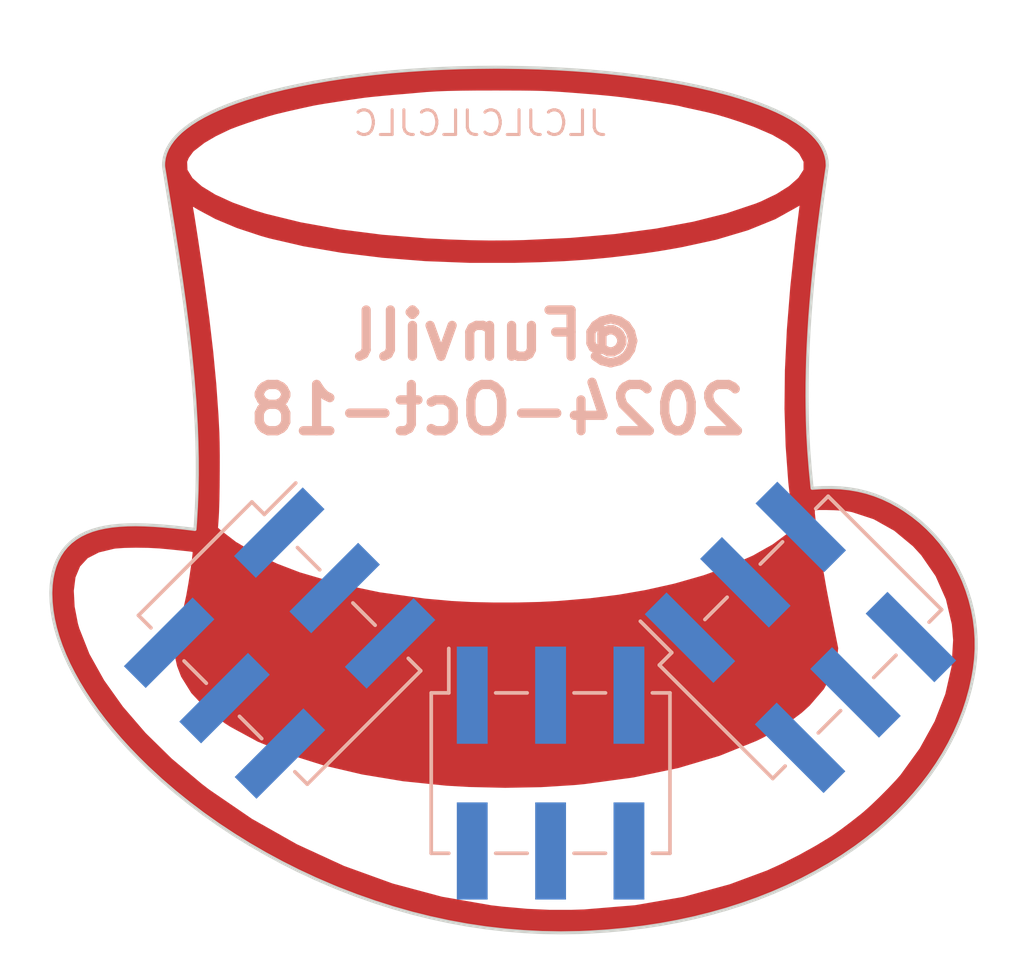
<source format=kicad_pcb>
(kicad_pcb (version 20240108) (generator "pcbnew") (generator_version "8.0")
  (layers (0 "F.Cu" signal) (31 "B.Cu" signal) (34 "B.Paste" user) (35 "F.Paste" user) (36 "B.SilkS" user "B.Silkscreen") (37 "F.SilkS" user "F.Silkscreen") (38 "B.Mask" user) (39 "F.Mask" user) (44 "Edge.Cuts" user))
  (net 0 "")
  (footprint "Graphics" (layer "F.Cu") (at 18.5 19.5)
    (property "Reference" "" (at 0 0 0) (layer "F.SilkS") (effects (font (size 1.27 1.27))))
    (property "Value" "")
  )
  (footprint "Graphics" (layer "F.Cu") (at 18.5 19.5)
    (property "Reference" "" (at 0 0 0) (layer "F.SilkS") (effects (font (size 1.27 1.27))))
    (property "Value" "")
  )
  (footprint "Graphics" (layer "F.Cu") (at 18.5 19.5)
    (property "Reference" "" (at 0 0 0) (layer "F.SilkS") (effects (font (size 1.27 1.27))))
    (property "Value" "")
    (fp_poly (pts (xy 16.87 1.933) (xy 18.369 2) (xy 19.791 2.124) (xy 20.63 2.232) (xy 21.917 2.449) (xy 23.048 2.699) (xy 24.022 2.982) (xy 24.841 3.299) (xy 25.505 3.649) (xy 26.014 4.033) (xy 26.082 4.098) (xy 26.364 4.432) (xy 26.515 4.753) (xy 26.555 5) (xy 26.553 5.136) (xy 26.535 5.34) (xy 26.495 5.648) (xy 26.472 5.81) (xy 26.258 7.431) (xy 26.097 8.922) (xy 25.985 10.302) (xy 25.981 10.37) (xy 25.92 11.916) (xy 25.931 13.463) (xy 26.014 14.95) (xy 26.056 15.409) (xy 26.07 15.548) (xy 26.59 15.55) (xy 26.979 15.558) (xy 27.275 15.581) (xy 27.543 15.628) (xy 27.794 15.691) (xy 28.294 15.856) (xy 28.752 16.078) (xy 28.9 16.164) (xy 29.618 16.686) (xy 30.232 17.328) (xy 30.735 18.083) (xy 30.829 18.26) (xy 31.136 18.996) (xy 31.324 19.773) (xy 31.353 19.96) (xy 31.379 20.282) (xy 31.387 20.675) (xy 31.377 21.051) (xy 31.363 21.23) (xy 31.161 22.252) (xy 30.807 23.251) (xy 30.305 24.218) (xy 29.663 25.141) (xy 28.887 26.012) (xy 27.983 26.82) (xy 27.707 27.034) (xy 26.561 27.799) (xy 25.304 28.457) (xy 23.947 29.001) (xy 22.502 29.429) (xy 20.98 29.737) (xy 19.97 29.869) (xy 19.359 29.92) (xy 18.685 29.955) (xy 18.008 29.973) (xy 17.389 29.972) (xy 17.04 29.96) (xy 15.313 29.791) (xy 13.617 29.468) (xy 11.943 28.991) (xy 10.284 28.357) (xy 9.27 27.889) (xy 7.951 27.176) (xy 6.691 26.366) (xy 5.514 25.477) (xy 4.447 24.53) (xy 3.529 23.56) (xy 2.809 22.645) (xy 2.234 21.741) (xy 1.805 20.855) (xy 1.527 19.993) (xy 1.418 19.361) (xy 1.403 19.016) (xy 1.409 18.889) (xy 2.143 18.889) (xy 2.17 19.403) (xy 2.276 19.951) (xy 2.322 20.11) (xy 2.65 20.939) (xy 3.124 21.788) (xy 3.734 22.645) (xy 4.469 23.498) (xy 5.321 24.334) (xy 6.278 25.139) (xy 6.537 25.338) (xy 7.916 26.282) (xy 9.379 27.109) (xy 10.906 27.811) (xy 12.479 28.38) (xy 14.076 28.808) (xy 15.678 29.087) (xy 16.04 29.129) (xy 16.84 29.2) (xy 17.562 29.233) (xy 18.281 29.233) (xy 18.69 29.22) (xy 20.339 29.083) (xy 21.908 28.812) (xy 23.407 28.405) (xy 24.62 27.955) (xy 25.107 27.733) (xy 25.652 27.456) (xy 26.191 27.158) (xy 26.658 26.874) (xy 26.749 26.814) (xy 27.007 26.631) (xy 27.324 26.393) (xy 27.636 26.148) (xy 27.74 26.063) (xy 27.965 25.863) (xy 28.246 25.594) (xy 28.537 25.302) (xy 28.792 25.032) (xy 28.943 24.86) (xy 29.565 24.002) (xy 30.051 23.123) (xy 30.397 22.236) (xy 30.598 21.354) (xy 30.65 20.488) (xy 30.608 19.98) (xy 30.417 19.171) (xy 30.082 18.416) (xy 29.616 17.739) (xy 29.348 17.447) (xy 28.74 16.943) (xy 28.075 16.57) (xy 27.376 16.341) (xy 27.19 16.307) (xy 27.022 16.29) (xy 26.785 16.278) (xy 26.531 16.272) (xy 26.313 16.272) (xy 26.183 16.28) (xy 26.169 16.285) (xy 26.168 16.373) (xy 26.192 16.592) (xy 26.235 16.916) (xy 26.295 17.319) (xy 26.366 17.774) (xy 26.446 18.255) (xy 26.53 18.736) (xy 26.541 18.8) (xy 26.583 19.022) (xy 26.647 19.349) (xy 26.721 19.726) (xy 26.763 19.94) (xy 26.925 20.75) (xy 26.904 20.95) (xy 26.761 21.525) (xy 26.46 22.079) (xy 26 22.613) (xy 25.74 22.847) (xy 25.395 23.106) (xy 24.968 23.382) (xy 24.524 23.634) (xy 24.287 23.752) (xy 23.082 24.239) (xy 21.747 24.635) (xy 20.287 24.942) (xy 18.704 25.157) (xy 18.37 25.189) (xy 17.29 25.257) (xy 16.127 25.278) (xy 14.951 25.251) (xy 14.22 25.209) (xy 12.818 25.065) (xy 11.49 24.845) (xy 10.252 24.555) (xy 9.117 24.198) (xy 8.101 23.779) (xy 7.218 23.3) (xy 7.03 23.179) (xy 6.425 22.711) (xy 5.952 22.206) (xy 5.622 21.676) (xy 5.49 21.33) (xy 5.43 21.057) (xy 5.404 20.802) (xy 5.414 20.657) (xy 5.445 20.535) (xy 5.501 20.315) (xy 5.546 20.14) (xy 5.789 19.039) (xy 5.86 18.636) (xy 5.9 18.378) (xy 5.94 18.103) (xy 5.973 17.857) (xy 5.993 17.684) (xy 5.996 17.631) (xy 5.918 17.619) (xy 5.73 17.598) (xy 5.479 17.572) (xy 5.215 17.545) (xy 4.986 17.524) (xy 4.91 17.517) (xy 4.55 17.498) (xy 4.156 17.493) (xy 3.787 17.5) (xy 3.503 17.52) (xy 3.45 17.527) (xy 2.955 17.647) (xy 2.593 17.834) (xy 2.346 18.101) (xy 2.197 18.457) (xy 2.143 18.889) (xy 1.409 18.889) (xy 1.419 18.647) (xy 1.457 18.37) (xy 1.643 17.839) (xy 1.949 17.413) (xy 2.374 17.094) (xy 2.915 16.883) (xy 2.972 16.869) (xy 3.566 16.778) (xy 4.29 16.755) (xy 5.148 16.802) (xy 5.638 16.852) (xy 5.875 16.878) (xy 6.033 16.894) (xy 6.071 16.896) (xy 6.078 16.82) (xy 6.093 16.633) (xy 6.103 16.48) (xy 6.117 16.147) (xy 6.127 15.698) (xy 6.131 15.175) (xy 6.13 14.623) (xy 6.124 14.085) (xy 6.113 13.604) (xy 6.097 13.224) (xy 6.094 13.16) (xy 6.042 12.443) (xy 5.983 11.746) (xy 5.913 11.044) (xy 5.828 10.315) (xy 5.727 9.532) (xy 5.606 8.672) (xy 5.462 7.711) (xy 5.292 6.624) (xy 5.263 6.44) (xy 6.007 6.44) (xy 6.008 6.475) (xy 6.026 6.573) (xy 6.063 6.797) (xy 6.113 7.116) (xy 6.172 7.498) (xy 6.234 7.911) (xy 6.296 8.323) (xy 6.352 8.703) (xy 6.37 8.83) (xy 6.535 10.046) (xy 6.664 11.15) (xy 6.762 12.184) (xy 6.833 13.193) (xy 6.862 13.76) (xy 6.871 14.089) (xy 6.876 14.52) (xy 6.875 15.007) (xy 6.871 15.503) (xy 6.863 15.963) (xy 6.851 16.34) (xy 6.841 16.528) (xy 6.818 16.846) (xy 6.914 16.933) (xy 7.4 17.305) (xy 8.015 17.669) (xy 8.73 18.009) (xy 9.469 18.292) (xy 10.701 18.654) (xy 12.061 18.939) (xy 13.533 19.143) (xy 14.4 19.221) (xy 15.03 19.254) (xy 15.758 19.27) (xy 16.521 19.269) (xy 17.257 19.251) (xy 17.85 19.22) (xy 18.878 19.132) (xy 19.799 19.018) (xy 20.666 18.868) (xy 21.531 18.676) (xy 21.65 18.647) (xy 22.566 18.385) (xy 23.41 18.082) (xy 24.163 17.745) (xy 24.801 17.385) (xy 25.304 17.012) (xy 25.378 16.945) (xy 25.479 16.85) (xy 25.441 16.56) (xy 25.306 15.375) (xy 25.22 14.195) (xy 25.183 12.994) (xy 25.196 11.748) (xy 25.259 10.433) (xy 25.372 9.024) (xy 25.536 7.497) (xy 25.607 6.915) (xy 25.672 6.401) (xy 25.627 6.43) (xy 24.885 6.843) (xy 24.002 7.201) (xy 22.974 7.507) (xy 21.868 7.748) (xy 21.393 7.833) (xy 20.984 7.9) (xy 20.554 7.961) (xy 20.26 7.999) (xy 19.498 8.088) (xy 18.776 8.155) (xy 18.042 8.204) (xy 17.245 8.238) (xy 16.436 8.259) (xy 14.973 8.259) (xy 13.533 8.203) (xy 12.139 8.093) (xy 10.818 7.932) (xy 9.595 7.722) (xy 8.494 7.467) (xy 8.212 7.388) (xy 7.429 7.129) (xy 6.732 6.837) (xy 6.175 6.538) (xy 6.049 6.462) (xy 6.007 6.44) (xy 5.263 6.44) (xy 5.237 6.28) (xy 5.16 5.794) (xy 5.107 5.438) (xy 5.076 5.185) (xy 5.066 5.009) (xy 5.067 4.985) (xy 5.817 4.985) (xy 5.828 5.243) (xy 5.99 5.509) (xy 6.294 5.778) (xy 6.731 6.045) (xy 7.294 6.303) (xy 7.972 6.547) (xy 8.38 6.67) (xy 9.508 6.946) (xy 10.768 7.172) (xy 12.137 7.346) (xy 13.593 7.465) (xy 14.3 7.5) (xy 15.003 7.524) (xy 15.623 7.534) (xy 16.239 7.531) (xy 16.73 7.52) (xy 18.249 7.449) (xy 19.678 7.325) (xy 21.004 7.15) (xy 22.216 6.926) (xy 23.3 6.654) (xy 24.246 6.337) (xy 24.41 6.271) (xy 24.918 6.029) (xy 25.332 5.769) (xy 25.631 5.503) (xy 25.794 5.249) (xy 25.8 5.233) (xy 25.801 4.982) (xy 25.66 4.725) (xy 25.601 4.66) (xy 25.252 4.375) (xy 24.793 4.11) (xy 24.206 3.856) (xy 23.73 3.686) (xy 23.327 3.555) (xy 22.999 3.458) (xy 22.669 3.375) (xy 22.273 3.288) (xy 22.038 3.237) (xy 21.881 3.202) (xy 21.842 3.191) (xy 21.748 3.168) (xy 21.527 3.128) (xy 21.214 3.077) (xy 20.841 3.019) (xy 20.441 2.96) (xy 20.31 2.942) (xy 19.917 2.89) (xy 19.538 2.848) (xy 19.108 2.808) (xy 18.76 2.78) (xy 18.289 2.743) (xy 17.916 2.715) (xy 17.602 2.696) (xy 17.306 2.684) (xy 16.988 2.677) (xy 16.609 2.673) (xy 16.128 2.672) (xy 15.87 2.671) (xy 15.218 2.672) (xy 14.693 2.677) (xy 14.266 2.686) (xy 13.902 2.7) (xy 13.572 2.721) (xy 13.243 2.75) (xy 13.24 2.75) (xy 12.994 2.772) (xy 12.79 2.79) (xy 12.78 2.79) (xy 12.466 2.816) (xy 12.119 2.848) (xy 11.798 2.88) (xy 11.566 2.906) (xy 11.54 2.91) (xy 11.081 2.976) (xy 10.643 3.042) (xy 10.266 3.101) (xy 9.986 3.149) (xy 9.884 3.169) (xy 9.508 3.251) (xy 9.105 3.342) (xy 8.759 3.425) (xy 8.7 3.439) (xy 8.44 3.512) (xy 8.112 3.614) (xy 7.767 3.727) (xy 7.455 3.837) (xy 7.226 3.924) (xy 7.17 3.949) (xy 6.967 4.047) (xy 6.74 4.157) (xy 6.382 4.367) (xy 6.045 4.628) (xy 6.014 4.656) (xy 5.869 4.856) (xy 5.817 4.985) (xy 5.067 4.985) (xy 5.073 4.883) (xy 5.097 4.778) (xy 5.119 4.71) (xy 5.346 4.3) (xy 5.728 3.916) (xy 6.261 3.558) (xy 6.943 3.228) (xy 7.769 2.928) (xy 8.736 2.659) (xy 9.841 2.422) (xy 10.993 2.231) (xy 12.355 2.072) (xy 13.818 1.969) (xy 15.338 1.922)) (fill solid) (layer "F.Cu"))
  )
  (footprint "Graphics" (layer "F.Cu") (at 18.5 19.5)
    (property "Reference" "" (at 0 0 0) (layer "F.SilkS") (effects (font (size 1.27 1.27))))
    (property "Value" "")
  )
  (footprint "Graphics" (layer "F.Cu") (at 18.5 19.5)
    (property "Reference" "" (at 0 0 0) (layer "F.SilkS") (effects (font (size 1.27 1.27))))
    (property "Value" "")
  )
  (footprint "Connector_PinHeader_2.54mm:PinHeader_2x03_P2.54mm_Vertical_SMD" (layer "B.Cu") (at 27.314555 40.085445 -135)
    (property "Reference" "REF**" (hide yes))
    (property "Value" "PinHeader_2x03_P2.54mm_Vertical_SMD" (hide yes))
    (fp_line (start 2.6 3.87) (end -2.6 3.87) (stroke (width 0.12)) (layer "B.SilkS"))
    (fp_line (start 2.6 3.3) (end 2.6 3.87) (stroke (width 0.12)) (layer "B.SilkS"))
    (fp_line (start 2.6 0.76) (end 2.600001 1.78) (stroke (width 0.12)) (layer "B.SilkS"))
    (fp_line (start 2.600001 -1.78) (end 2.6 -0.76) (stroke (width 0.12)) (layer "B.SilkS"))
    (fp_line (start -2.6 3.3) (end -2.6 3.87) (stroke (width 0.12)) (layer "B.SilkS"))
    (fp_line (start -2.6 3.3) (end -4.04 3.3) (stroke (width 0.12)) (layer "B.SilkS"))
    (fp_line (start 2.6 -3.87) (end 2.6 -3.3) (stroke (width 0.12)) (layer "B.SilkS"))
    (fp_line (start 2.6 -3.87) (end -2.6 -3.87) (stroke (width 0.12)) (layer "B.SilkS"))
    (fp_line (start -2.6 0.76) (end -2.600001 1.78) (stroke (width 0.12)) (layer "B.SilkS"))
    (fp_line (start -2.600001 -1.78) (end -2.6 -0.76) (stroke (width 0.12)) (layer "B.SilkS"))
    (fp_line (start -2.6 -3.87) (end -2.6 -3.3) (stroke (width 0.12)) (layer "B.SilkS"))
    (pad "1" smd rect (at -2.525 2.54 225) (size 3.15 1) (layers "B.Cu" "B.Paste" "B.Mask"))
    (pad "2" smd rect (at 2.525 2.54 225) (size 3.15 1) (layers "B.Cu" "B.Paste" "B.Mask"))
    (pad "3" smd rect (at -2.525001 0 225) (size 3.15 1) (layers "B.Cu" "B.Paste" "B.Mask"))
    (pad "4" smd rect (at 2.525001 0 225) (size 3.15 1) (layers "B.Cu" "B.Paste" "B.Mask"))
    (pad "5" smd rect (at -2.525 -2.54 225) (size 3.15 1) (layers "B.Cu" "B.Paste" "B.Mask"))
    (pad "6" smd rect (at 2.525 -2.54 225) (size 3.15 1) (layers "B.Cu" "B.Paste" "B.Mask"))
  )
  (footprint "Connector_PinHeader_2.54mm:PinHeader_2x03_P2.54mm_Vertical_SMD" (layer "B.Cu") (at 36.1 44.3 -90)
    (property "Reference" "REF**" (hide yes))
    (property "Value" "PinHeader_2x03_P2.54mm_Vertical_SMD" (hide yes))
    (fp_line (start 2.6 3.87) (end -2.6 3.87) (stroke (width 0.12)) (layer "B.SilkS"))
    (fp_line (start -2.6 3.3) (end -2.6 3.87) (stroke (width 0.12)) (layer "B.SilkS"))
    (fp_line (start -2.6 3.3) (end -4.04 3.3) (stroke (width 0.12)) (layer "B.SilkS"))
    (fp_line (start 2.6 3.3) (end 2.6 3.87) (stroke (width 0.12)) (layer "B.SilkS"))
    (fp_line (start -2.6 0.76) (end -2.600001 1.78) (stroke (width 0.12)) (layer "B.SilkS"))
    (fp_line (start 2.6 0.76) (end 2.600001 1.78) (stroke (width 0.12)) (layer "B.SilkS"))
    (fp_line (start -2.600001 -1.78) (end -2.6 -0.76) (stroke (width 0.12)) (layer "B.SilkS"))
    (fp_line (start 2.600001 -1.78) (end 2.6 -0.76) (stroke (width 0.12)) (layer "B.SilkS"))
    (fp_line (start -2.6 -3.87) (end -2.6 -3.3) (stroke (width 0.12)) (layer "B.SilkS"))
    (fp_line (start 2.6 -3.87) (end 2.6 -3.3) (stroke (width 0.12)) (layer "B.SilkS"))
    (fp_line (start 2.6 -3.87) (end -2.6 -3.87) (stroke (width 0.12)) (layer "B.SilkS"))
    (pad "1" smd rect (at -2.525 2.54 270) (size 3.15 1) (layers "B.Cu" "B.Paste" "B.Mask"))
    (pad "2" smd rect (at 2.525 2.54 270) (size 3.15 1) (layers "B.Cu" "B.Paste" "B.Mask"))
    (pad "3" smd rect (at -2.525001 0 270) (size 3.15 1) (layers "B.Cu" "B.Paste" "B.Mask"))
    (pad "4" smd rect (at 2.525001 0 270) (size 3.15 1) (layers "B.Cu" "B.Paste" "B.Mask"))
    (pad "5" smd rect (at -2.525 -2.54 270) (size 3.15 1) (layers "B.Cu" "B.Paste" "B.Mask"))
    (pad "6" smd rect (at 2.525 -2.54 270) (size 3.15 1) (layers "B.Cu" "B.Paste" "B.Mask"))
  )
  (footprint "Connector_PinHeader_2.54mm:PinHeader_2x03_P2.54mm_Vertical_SMD" (layer "B.Cu") (at 44.2 39.9 -45)
    (property "Reference" "REF**" (hide yes))
    (property "Value" "PinHeader_2x03_P2.54mm_Vertical_SMD" (hide yes))
    (fp_line (start -2.6 3.3) (end -4.04 3.3) (stroke (width 0.12)) (layer "B.SilkS"))
    (fp_line (start -2.6 3.3) (end -2.6 3.87) (stroke (width 0.12)) (layer "B.SilkS"))
    (fp_line (start -2.6 0.76) (end -2.600001 1.78) (stroke (width 0.12)) (layer "B.SilkS"))
    (fp_line (start 2.6 3.87) (end -2.6 3.87) (stroke (width 0.12)) (layer "B.SilkS"))
    (fp_line (start -2.600001 -1.78) (end -2.6 -0.76) (stroke (width 0.12)) (layer "B.SilkS"))
    (fp_line (start 2.6 3.3) (end 2.6 3.87) (stroke (width 0.12)) (layer "B.SilkS"))
    (fp_line (start -2.6 -3.87) (end -2.6 -3.3) (stroke (width 0.12)) (layer "B.SilkS"))
    (fp_line (start 2.6 0.76) (end 2.600001 1.78) (stroke (width 0.12)) (layer "B.SilkS"))
    (fp_line (start 2.600001 -1.78) (end 2.6 -0.76) (stroke (width 0.12)) (layer "B.SilkS"))
    (fp_line (start 2.6 -3.87) (end -2.6 -3.87) (stroke (width 0.12)) (layer "B.SilkS"))
    (fp_line (start 2.6 -3.87) (end 2.6 -3.3) (stroke (width 0.12)) (layer "B.SilkS"))
    (pad "1" smd rect (at -2.525 2.54 315) (size 3.15 1) (layers "B.Cu" "B.Paste" "B.Mask"))
    (pad "2" smd rect (at 2.525 2.54 315) (size 3.15 1) (layers "B.Cu" "B.Paste" "B.Mask"))
    (pad "3" smd rect (at -2.525001 0 315) (size 3.15 1) (layers "B.Cu" "B.Paste" "B.Mask"))
    (pad "4" smd rect (at 2.525001 0 315) (size 3.15 1) (layers "B.Cu" "B.Paste" "B.Mask"))
    (pad "5" smd rect (at -2.525 -2.54 315) (size 3.15 1) (layers "B.Cu" "B.Paste" "B.Mask"))
    (pad "6" smd rect (at 2.525 -2.54 315) (size 3.15 1) (layers "B.Cu" "B.Paste" "B.Mask"))
  )
  (footprint "Graphics" (layer "B.Cu") (at 18.5 19.5)
    (property "Reference" "" (at 0 0 0) (layer "F.SilkS") (effects (font (size 1.27 1.27))))
    (property "Value" "")
  )
  (gr_poly (pts (xy 34.31 21.416) (xy 33.729 21.421) (xy 33.153 21.433) (xy 32.584 21.454) (xy 32.023 21.484) (xy 31.471 21.521) (xy 30.928 21.566) (xy 30.396 21.62) (xy 29.875 21.681) (xy 29.366 21.749) (xy 28.871 21.826) (xy 28.391 21.91) (xy 27.926 22.001) (xy 27.477 22.099) (xy 27.046 22.204) (xy 26.868 22.252) (xy 26.527 22.348) (xy 26.204 22.448) (xy 25.899 22.552) (xy 25.612 22.66) (xy 25.343 22.771) (xy 25.093 22.885) (xy 24.86 23.003) (xy 24.647 23.124) (xy 24.452 23.249) (xy 24.276 23.377) (xy 24.118 23.507) (xy 23.98 23.641) (xy 23.861 23.777) (xy 23.761 23.917) (xy 23.68 24.059) (xy 23.619 24.204) (xy 23.577 24.351) (xy 23.555 24.501) (xy 23.552 24.594) (xy 23.556 24.652) (xy 23.597 24.902) (xy 23.642 25.183) (xy 23.767 25.957) (xy 23.891 26.734) (xy 24.012 27.514) (xy 24.128 28.297) (xy 24.237 29.082) (xy 24.337 29.867) (xy 24.426 30.652) (xy 24.503 31.436) (xy 24.566 32.219) (xy 24.612 32.998) (xy 24.633 33.539) (xy 24.645 34.091) (xy 24.646 34.628) (xy 24.637 35.153) (xy 24.617 35.667) (xy 24.588 36.172) (xy 24.571 36.401) (xy 24.216 36.358) (xy 23.875 36.321) (xy 23.548 36.291) (xy 23.236 36.269) (xy 22.938 36.255) (xy 22.654 36.249) (xy 22.384 36.253) (xy 22.127 36.267) (xy 21.884 36.291) (xy 21.655 36.327) (xy 21.439 36.374) (xy 21.237 36.433) (xy 21.048 36.506) (xy 20.872 36.591) (xy 20.709 36.691) (xy 20.559 36.806) (xy 20.542 36.82) (xy 20.411 36.948) (xy 20.294 37.089) (xy 20.192 37.244) (xy 20.105 37.411) (xy 20.033 37.591) (xy 19.977 37.784) (xy 19.935 37.99) (xy 19.909 38.208) (xy 19.898 38.439) (xy 19.898 38.487) (xy 19.908 38.754) (xy 19.936 39.028) (xy 19.982 39.306) (xy 20.047 39.589) (xy 20.13 39.877) (xy 20.231 40.169) (xy 20.349 40.464) (xy 20.484 40.763) (xy 20.637 41.063) (xy 20.806 41.367) (xy 20.991 41.671) (xy 21.193 41.977) (xy 21.41 42.284) (xy 21.643 42.591) (xy 21.892 42.898) (xy 22.156 43.204) (xy 22.434 43.509) (xy 22.728 43.813) (xy 23.035 44.115) (xy 23.063 44.141) (xy 23.484 44.529) (xy 23.922 44.905) (xy 24.376 45.27) (xy 24.844 45.624) (xy 25.327 45.965) (xy 25.823 46.293) (xy 26.331 46.608) (xy 26.852 46.91) (xy 27.383 47.197) (xy 27.925 47.47) (xy 28.477 47.727) (xy 29.038 47.969) (xy 29.22 48.044) (xy 29.812 48.272) (xy 30.406 48.48) (xy 31.002 48.669) (xy 31.6 48.839) (xy 32.199 48.988) (xy 32.801 49.118) (xy 33.403 49.228) (xy 34.007 49.318) (xy 34.611 49.388) (xy 35.217 49.438) (xy 35.823 49.469) (xy 36.429 49.479) (xy 36.444 49.479) (xy 37.031 49.47) (xy 37.378 49.455) (xy 37.963 49.417) (xy 38.54 49.363) (xy 39.108 49.293) (xy 39.667 49.208) (xy 40.218 49.106) (xy 40.758 48.99) (xy 41.289 48.857) (xy 41.81 48.71) (xy 42.319 48.547) (xy 42.818 48.37) (xy 43.305 48.177) (xy 43.78 47.97) (xy 44.243 47.748) (xy 44.693 47.511) (xy 45.13 47.261) (xy 45.554 46.995) (xy 45.963 46.716) (xy 45.979 46.705) (xy 46.337 46.439) (xy 46.679 46.165) (xy 47.006 45.881) (xy 47.317 45.589) (xy 47.611 45.289) (xy 47.889 44.981) (xy 48.151 44.666) (xy 48.396 44.344) (xy 48.623 44.016) (xy 48.833 43.681) (xy 49.025 43.341) (xy 49.2 42.995) (xy 49.356 42.645) (xy 49.493 42.291) (xy 49.611 41.932) (xy 49.711 41.57) (xy 49.791 41.204) (xy 49.838 40.93) (xy 49.877 40.605) (xy 49.896 40.281) (xy 49.895 39.957) (xy 49.875 39.635) (xy 49.836 39.316) (xy 49.777 38.999) (xy 49.698 38.687) (xy 49.601 38.379) (xy 49.485 38.076) (xy 49.412 37.912) (xy 49.269 37.624) (xy 49.109 37.347) (xy 48.933 37.082) (xy 48.742 36.829) (xy 48.536 36.589) (xy 48.316 36.363) (xy 48.082 36.15) (xy 47.834 35.953) (xy 47.574 35.77) (xy 47.379 35.648) (xy 47.123 35.506) (xy 46.864 35.384) (xy 46.602 35.281) (xy 46.335 35.197) (xy 46.062 35.131) (xy 45.783 35.083) (xy 45.498 35.053) (xy 45.204 35.041) (xy 44.901 35.045) (xy 44.588 35.066) (xy 44.578 35.066) (xy 44.519 34.457) (xy 44.471 33.851) (xy 44.439 33.285) (xy 44.425 32.888) (xy 44.417 32.488) (xy 44.413 32.083) (xy 44.415 31.672) (xy 44.423 31.255) (xy 44.435 30.83) (xy 44.454 30.398) (xy 44.478 29.956) (xy 44.507 29.504) (xy 44.543 29.041) (xy 44.584 28.566) (xy 44.631 28.078) (xy 44.684 27.577) (xy 44.742 27.061) (xy 44.807 26.53) (xy 44.878 25.982) (xy 44.955 25.417) (xy 45.033 24.874) (xy 45.066 24.647) (xy 45.069 24.594) (xy 45.06 24.442) (xy 45.03 24.293) (xy 44.981 24.147) (xy 44.912 24.003) (xy 44.824 23.862) (xy 44.716 23.724) (xy 44.589 23.589) (xy 44.444 23.456) (xy 44.279 23.327) (xy 44.096 23.2) (xy 43.893 23.077) (xy 43.673 22.957) (xy 43.433 22.84) (xy 43.176 22.727) (xy 42.9 22.617) (xy 42.606 22.511) (xy 42.294 22.409) (xy 41.964 22.31) (xy 41.753 22.252) (xy 41.329 22.143) (xy 40.888 22.042) (xy 40.43 21.947) (xy 39.956 21.861) (xy 39.467 21.781) (xy 38.964 21.709) (xy 38.448 21.645) (xy 37.921 21.588) (xy 37.382 21.539) (xy 36.834 21.499) (xy 36.276 21.466) (xy 35.711 21.441) (xy 35.138 21.425) (xy 34.559 21.417) (xy 34.31 21.416)) (stroke (width 0.1)) (fill none) (layer "Edge.Cuts"))
  (gr_text "@Funvill \n2024-Oct-18 \n" (at 33.8 33.4 0) (layer "B.SilkS") (effects (font (size 1.5 1.5) (thickness 0.3) (bold yes)) (justify bottom mirror)))
  (gr_text "JLCJLCJLCJLC" (at 38 23.7 0) (layer "B.SilkS") (effects (font (size 0.8 0.8) (thickness 0.1)) (justify left bottom mirror)))
)
</source>
